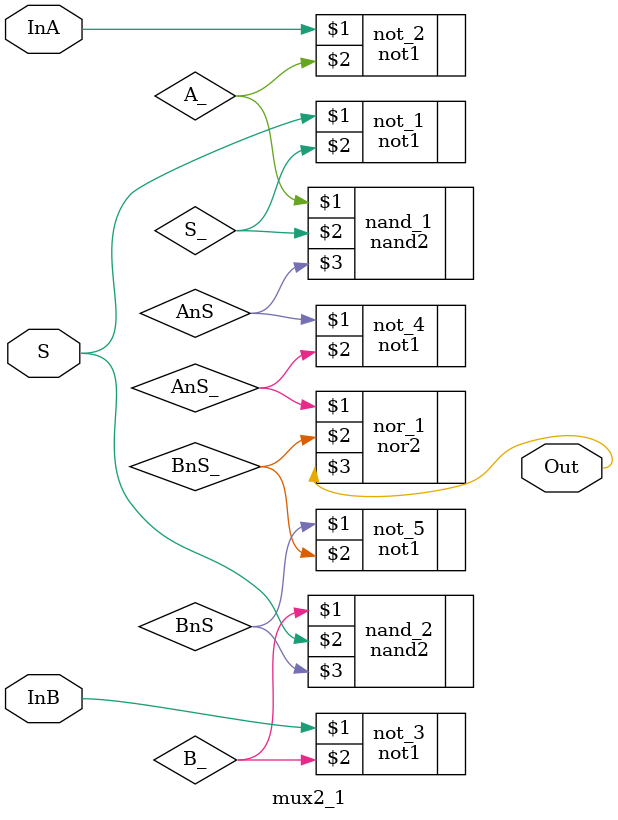
<source format=v>
module mux2_1(InA, InB, S, Out);
	input InA;
	input InB;
	input S;
	output Out;
	wire S_, A_, B_, AnS, AnS_, BnS, BnS_;
	
	not1 not_1(S, S_);
	not1 not_2(InA, A_);
	not1 not_3(InB, B_);
	nand2 nand_1(A_, S_, AnS);
	not1 not_4(AnS, AnS_);
	nand2 nand_2(B_, S, BnS);
	not1 not_5(BnS, BnS_);
	nor2 nor_1(AnS_, BnS_, Out);
endmodule

</source>
